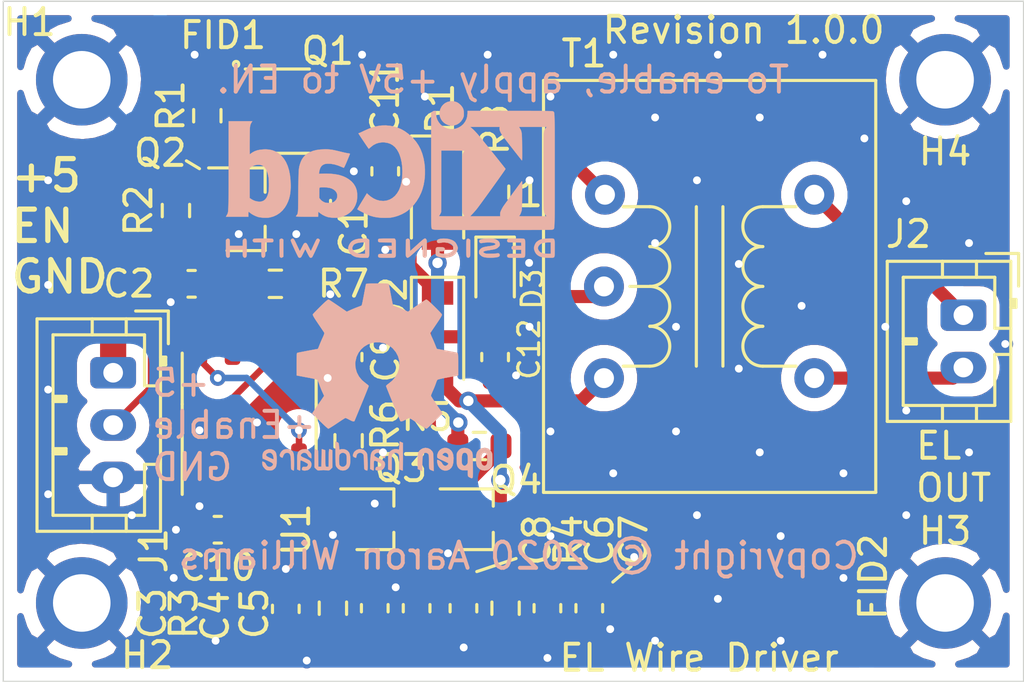
<source format=kicad_pcb>
(kicad_pcb (version 20171130) (host pcbnew 5.1.8-5.1.8)
  (title_block (title "EL Driver") (date 2020-12-24) (rev 1.0.0) (company "Copyright © 2020 Aaron Williams"))
  (layers (0 F.Cu signal) (31 B.Cu signal) (34 B.Paste user) (35 F.Paste user) (36 B.SilkS user) (37 F.SilkS user) (38 B.Mask user) (39 F.Mask user) (44 Edge.Cuts user))
  (net 0 "")
  (net 1 GND)
  (net 2 "Net-(C3-Pad1)")
  (net 3 "Net-(C6-Pad1)")
  (net 4 "Net-(C9-Pad1)")
  (net 5 "Net-(C10-Pad1)")
  (net 6 "Net-(D1-Pad2)")
  (net 7 "Net-(D2-Pad2)")
  (net 8 +5V)
  (net 9 "Net-(Q1-Pad3)")
  (net 10 "Net-(Q2-Pad1)")
  (net 11 "Net-(Q3-Pad1)")
  (net 12 "Net-(Q4-Pad1)")
  (net 13 "Net-(R6-Pad1)")
  (net 14 "Net-(R7-Pad1)")
  (net 15 /5V_SW)
  (net 16 /EN)
  (net 17 "Net-(J2-Pad2)")
  (net 18 "Net-(J2-Pad1)")
  (net 19 "Net-(D3-Pad1)")
  (module Symbol:OSHW-Logo2_9.8x8mm_SilkScreen (layer B.Cu) (at 114.3 48.5 180)
    (fp_text reference REF** hide)
    (fp_text value OSHW-Logo2_9.8x8mm_SilkScreen hide)
  )
  (module Symbol:KiCad-Logo2_5mm_SilkScreen (layer B.Cu) (at 114.8 40.8 180)
    (fp_text reference REF** hide)
    (fp_text value KiCad-Logo2_5mm_SilkScreen hide)
  )
  (module Resistor_SMD:R_0603_1608Metric (layer F.Cu) (at 118.8 41.3 90)
    (fp_text reference R8 (at 2.4 0 90) (layer F.SilkS))
    (fp_text value 220)
    (pad 2 smd roundrect (at 0.825 0 90) (size 0.8 0.95) (layers F.Cu F.Paste F.Mask) (net 1 GND))
    (pad 1 smd roundrect (at -0.825 0 90) (size 0.8 0.95) (layers F.Cu F.Paste F.Mask) (net 19 "Net-(D3-Pad1)"))
  )
  (module LED_SMD:LED_0603_1608Metric (layer F.Cu) (at 118.8 44.5 270)
    (fp_text reference D3 (at 0.5 -1.43 90) (layer F.SilkS) (effects (font (size 0.8 0.8) (thickness 0.12))))
    (fp_text value LED)
    (pad 2 smd roundrect (at 0.7875 0 270) (size 0.875 0.95) (layers F.Cu F.Paste F.Mask) (net 15 /5V_SW))
    (pad 1 smd roundrect (at -0.7875 0 270) (size 0.875 0.95) (layers F.Cu F.Paste F.Mask) (net 19 "Net-(D3-Pad1)"))
  )
  (module MountingHole:MountingHole_2.2mm_M2_ISO7380_Pad (layer F.Cu) (at 136 37)
    (fp_text reference H4 (at 0 2.75) (layer F.SilkS))
    (fp_text value MountingHole_Pad)
    (pad 1 thru_hole circle (at 0 0) (size 3.5 3.5) (drill 2.2) (layers *.Cu *.Mask) (net 1 GND))
  )
  (module MountingHole:MountingHole_2.2mm_M2_ISO7380_Pad (layer F.Cu) (at 136 57)
    (fp_text reference H3 (at 0 -2.75) (layer F.SilkS))
    (fp_text value MountingHole_Pad)
    (pad 1 thru_hole circle (at 0 0) (size 3.5 3.5) (drill 2.2) (layers *.Cu *.Mask) (net 1 GND))
  )
  (module MountingHole:MountingHole_2.2mm_M2_ISO7380_Pad (layer F.Cu) (at 103 57)
    (fp_text reference H2 (at 2.5 2) (layer F.SilkS))
    (fp_text value MountingHole_Pad)
    (pad 1 thru_hole circle (at 0 0) (size 3.5 3.5) (drill 2.2) (layers *.Cu *.Mask) (net 1 GND))
  )
  (module MountingHole:MountingHole_2.2mm_M2_ISO7380_Pad (layer F.Cu) (at 103 37)
    (fp_text reference H1 (at -2 -2.2) (layer F.SilkS))
    (fp_text value MountingHole_Pad)
    (pad 1 thru_hole circle (at 0 0) (size 3.5 3.5) (drill 2.2) (layers *.Cu *.Mask) (net 1 GND))
  )
  (module Fiducial:Fiducial_0.5mm_Mask1mm (layer F.Cu) (at 133 58.5)
    (fp_text reference FID2 (at 0.25 -2.5 90) (layer F.SilkS))
    (fp_text value FIDUCIAL_1MM)
    (pad "" smd circle (at 0 0) (size 0.5 0.5) (layers F.Cu F.Mask) (clearance 0.25))
  )
  (module Fiducial:Fiducial_0.5mm_Mask1mm (layer F.Cu) (at 106 35.5)
    (fp_text reference FID1 (at 2.4 -0.2) (layer F.SilkS))
    (fp_text value FIDUCIAL_1MM)
    (pad "" smd circle (at 0 0) (size 0.5 0.5) (layers F.Cu F.Mask) (clearance 0.25))
  )
  (module Connector_JST:JST_PH_B2B-PH-K_1x02_P2.00mm_Vertical (layer F.Cu) (at 136.7 46 270)
    (fp_text reference J2 (at -3.1 2.1) (layer F.SilkS))
    (fp_text value Conn_01x02)
    (pad 2 thru_hole oval (at 2 0 270) (size 1.2 1.75) (drill 0.75) (layers *.Cu *.Mask) (net 17 "Net-(J2-Pad2)"))
    (pad 1 thru_hole roundrect (at 0 0 270) (size 1.2 1.75) (drill 0.75) (layers *.Cu *.Mask) (roundrect_rratio 0.208333) (net 18 "Net-(J2-Pad1)"))
  )
  (module Connector_JST:JST_PH_B3B-PH-K_1x03_P2.00mm_Vertical (layer F.Cu) (at 104.2 48.2 270)
    (fp_text reference J1 (at 6.8 -1.55 270) (layer F.SilkS))
    (fp_text value Conn_01x03)
    (pad 3 thru_hole oval (at 4 0 270) (size 1.2 1.75) (drill 0.75) (layers *.Cu *.Mask) (net 1 GND))
    (pad 2 thru_hole oval (at 2 0 270) (size 1.2 1.75) (drill 0.75) (layers *.Cu *.Mask) (net 16 /EN))
    (pad 1 thru_hole roundrect (at 0 0 270) (size 1.2 1.75) (drill 0.75) (layers *.Cu *.Mask) (roundrect_rratio 0.208333) (net 8 +5V))
  )
  (module Capacitor_SMD:C_0603_1608Metric (layer F.Cu) (at 118.8 47.6 270)
    (fp_text reference C12 (at -0.3 -1.3 270) (layer F.SilkS) (effects (font (size 0.8 0.8) (thickness 0.12))))
    (fp_text value 1uF)
    (pad 2 smd roundrect (at 0.775 0 270) (size 0.9 0.95) (layers F.Cu F.Paste F.Mask) (net 1 GND))
    (pad 1 smd roundrect (at -0.775 0 270) (size 0.9 0.95) (layers F.Cu F.Paste F.Mask) (net 15 /5V_SW))
  )
  (module Capacitor_SMD:C_0603_1608Metric (layer F.Cu) (at 114.6 40.5 270)
    (fp_text reference C11 (at -2.8 0 90) (layer F.SilkS))
    (fp_text value 10uF)
    (pad 2 smd roundrect (at 0.775 0 270) (size 0.9 0.95) (layers F.Cu F.Paste F.Mask) (net 1 GND))
    (pad 1 smd roundrect (at -0.775 0 270) (size 0.9 0.95) (layers F.Cu F.Paste F.Mask) (net 8 +5V))
  )
  (module Package_TO_SOT_SMD:SOT-23-6 (layer F.Cu) (at 110.8 38.2)
    (fp_text reference Q1 (at 1.6 -2.3) (layer F.SilkS))
    (fp_text value SI3493DDV-T1-GE3)
    (pad 5 smd rect (at 1.1 0) (size 1.06 0.65) (layers F.Cu F.Paste F.Mask) (net 8 +5V))
    (pad 6 smd rect (at 1.1 -0.95) (size 1.06 0.65) (layers F.Cu F.Paste F.Mask) (net 8 +5V))
    (pad 4 smd rect (at 1.1 0.95) (size 1.06 0.65) (layers F.Cu F.Paste F.Mask) (net 15 /5V_SW))
    (pad 3 smd rect (at -1.1 0.95) (size 1.06 0.65) (layers F.Cu F.Paste F.Mask) (net 9 "Net-(Q1-Pad3)"))
    (pad 2 smd rect (at -1.1 0) (size 1.06 0.65) (layers F.Cu F.Paste F.Mask) (net 8 +5V))
    (pad 1 smd rect (at -1.1 -0.95) (size 1.06 0.65) (layers F.Cu F.Paste F.Mask) (net 8 +5V))
  )
  (module Package_SO:SOIC-8_3.9x4.9mm_P1.27mm (layer F.Cu) (at 109.4 49.4 90)
    (fp_text reference U1 (at -4.8 1.8 90) (layer F.SilkS))
    (fp_text value NE555D)
    (pad 8 smd roundrect (at 2.475 -1.905 90) (size 1.95 0.6) (layers F.Cu F.Paste F.Mask) (net 15 /5V_SW))
    (pad 7 smd roundrect (at 2.475 -0.635 90) (size 1.95 0.6) (layers F.Cu F.Paste F.Mask) (net 14 "Net-(R7-Pad1)"))
    (pad 6 smd roundrect (at 2.475 0.635 90) (size 1.95 0.6) (layers F.Cu F.Paste F.Mask) (net 5 "Net-(C10-Pad1)"))
    (pad 5 smd roundrect (at 2.475 1.905 90) (size 1.95 0.6) (layers F.Cu F.Paste F.Mask) (net 4 "Net-(C9-Pad1)"))
    (pad 4 smd roundrect (at -2.475 1.905 90) (size 1.95 0.6) (layers F.Cu F.Paste F.Mask) (net 15 /5V_SW))
    (pad 3 smd roundrect (at -2.475 0.635 90) (size 1.95 0.6) (layers F.Cu F.Paste F.Mask) (net 13 "Net-(R6-Pad1)"))
    (pad 2 smd roundrect (at -2.475 -0.635 90) (size 1.95 0.6) (layers F.Cu F.Paste F.Mask) (net 5 "Net-(C10-Pad1)"))
    (pad 1 smd roundrect (at -2.475 -1.905 90) (size 1.95 0.6) (layers F.Cu F.Paste F.Mask) (net 1 GND))
  )
  (module Aaron:Transformer_42XL_EI-14 (layer F.Cu) (at 127 44.9)
    (fp_text reference T1 (at -4.8 -8.9) (layer F.SilkS))
    (fp_text value 42XL003-RC)
    (fp_text user 1 (at -6.858 -3.556) (layer F.SilkS))
    (pad 5 thru_hole circle (at 4.0005 -3.5052) (size 1.524 1.524) (drill 0.762) (layers *.Cu *.Mask) (net 18 "Net-(J2-Pad1)"))
    (pad 4 thru_hole circle (at 4.0005 3.5052) (size 1.524 1.524) (drill 0.762) (layers *.Cu *.Mask) (net 17 "Net-(J2-Pad2)"))
    (pad 3 thru_hole circle (at -4.0386 3.5052) (size 1.524 1.524) (drill 0.762) (layers *.Cu *.Mask) (net 7 "Net-(D2-Pad2)"))
    (pad 2 thru_hole circle (at -4.0386 0) (size 1.524 1.524) (drill 0.762) (layers *.Cu *.Mask) (net 15 /5V_SW))
    (pad 1 thru_hole circle (at -4.0005 -3.5052) (size 1.524 1.524) (drill 0.762) (layers *.Cu *.Mask) (net 6 "Net-(D1-Pad2)"))
  )
  (module Resistor_SMD:R_0603_1608Metric (layer F.Cu) (at 110.4 44.8)
    (fp_text reference R7 (at 2.6 0) (layer F.SilkS))
    (fp_text value 10k)
    (pad 2 smd roundrect (at 0.825 0) (size 0.8 0.95) (layers F.Cu F.Paste F.Mask) (net 5 "Net-(C10-Pad1)"))
    (pad 1 smd roundrect (at -0.825 0) (size 0.8 0.95) (layers F.Cu F.Paste F.Mask) (net 14 "Net-(R7-Pad1)"))
  )
  (module Resistor_SMD:R_0603_1608Metric (layer F.Cu) (at 113.2 50.8 270)
    (fp_text reference R6 (at -0.6 -1.4 270) (layer F.SilkS))
    (fp_text value 100k)
    (pad 2 smd roundrect (at 0.825 0 270) (size 0.8 0.95) (layers F.Cu F.Paste F.Mask) (net 11 "Net-(Q3-Pad1)"))
    (pad 1 smd roundrect (at -0.825 0 270) (size 0.8 0.95) (layers F.Cu F.Paste F.Mask) (net 13 "Net-(R6-Pad1)"))
  )
  (module Resistor_SMD:R_0603_1608Metric (layer F.Cu) (at 118.2 51)
    (fp_text reference R5 (at -2 -1.1) (layer F.SilkS))
    (fp_text value 100k)
    (pad 2 smd roundrect (at 0.825 0) (size 0.8 0.95) (layers F.Cu F.Paste F.Mask) (net 12 "Net-(Q4-Pad1)"))
    (pad 1 smd roundrect (at -0.825 0) (size 0.8 0.95) (layers F.Cu F.Paste F.Mask) (net 6 "Net-(D1-Pad2)"))
  )
  (module Resistor_SMD:R_0603_1608Metric (layer F.Cu) (at 119.2 57.2 270)
    (fp_text reference R4 (at -2.6 -2.4 90) (layer F.SilkS))
    (fp_text value 39.2)
    (pad 2 smd roundrect (at 0.825 0 270) (size 0.8 0.95) (layers F.Cu F.Paste F.Mask) (net 3 "Net-(C6-Pad1)"))
    (pad 1 smd roundrect (at -0.825 0 270) (size 0.8 0.95) (layers F.Cu F.Paste F.Mask) (net 7 "Net-(D2-Pad2)"))
  )
  (module Resistor_SMD:R_0603_1608Metric (layer F.Cu) (at 112.6 57.2 270)
    (fp_text reference R3 (at 0.2 5.7 90) (layer F.SilkS))
    (fp_text value 39.2)
    (pad 2 smd roundrect (at 0.825 0 270) (size 0.8 0.95) (layers F.Cu F.Paste F.Mask) (net 2 "Net-(C3-Pad1)"))
    (pad 1 smd roundrect (at -0.825 0 270) (size 0.8 0.95) (layers F.Cu F.Paste F.Mask) (net 6 "Net-(D1-Pad2)"))
  )
  (module Resistor_SMD:R_0603_1608Metric (layer F.Cu) (at 106.6 42 90)
    (fp_text reference R2 (at 0 -1.43 90) (layer F.SilkS))
    (fp_text value 100k)
    (pad 2 smd roundrect (at 0.825 0 90) (size 0.8 0.95) (layers F.Cu F.Paste F.Mask) (net 10 "Net-(Q2-Pad1)"))
    (pad 1 smd roundrect (at -0.825 0 90) (size 0.8 0.95) (layers F.Cu F.Paste F.Mask) (net 16 /EN))
  )
  (module Resistor_SMD:R_0603_1608Metric (layer F.Cu) (at 107.8 38.375 270)
    (fp_text reference R1 (at -0.375 1.4 270) (layer F.SilkS))
    (fp_text value 100k)
    (pad 2 smd roundrect (at 0.825 0 270) (size 0.8 0.95) (layers F.Cu F.Paste F.Mask) (net 9 "Net-(Q1-Pad3)"))
    (pad 1 smd roundrect (at -0.825 0 270) (size 0.8 0.95) (layers F.Cu F.Paste F.Mask) (net 8 +5V))
  )
  (module Package_TO_SOT_SMD:SOT-323_SC-70 (layer F.Cu) (at 118 53.8)
    (fp_text reference Q4 (at 1.6 -1.5) (layer F.SilkS))
    (fp_text value BSS214NW)
    (pad 3 smd rect (at 1 0 270) (size 0.45 0.7) (layers F.Cu F.Paste F.Mask) (net 7 "Net-(D2-Pad2)"))
    (pad 2 smd rect (at -1 0.65 270) (size 0.45 0.7) (layers F.Cu F.Paste F.Mask) (net 1 GND))
    (pad 1 smd rect (at -1 -0.65 270) (size 0.45 0.7) (layers F.Cu F.Paste F.Mask) (net 12 "Net-(Q4-Pad1)"))
  )
  (module Package_TO_SOT_SMD:SOT-323_SC-70 (layer F.Cu) (at 114.2 53.8)
    (fp_text reference Q3 (at 1 -1.95) (layer F.SilkS))
    (fp_text value BSS214NW)
    (pad 3 smd rect (at 1 0 270) (size 0.45 0.7) (layers F.Cu F.Paste F.Mask) (net 6 "Net-(D1-Pad2)"))
    (pad 2 smd rect (at -1 0.65 270) (size 0.45 0.7) (layers F.Cu F.Paste F.Mask) (net 1 GND))
    (pad 1 smd rect (at -1 -0.65 270) (size 0.45 0.7) (layers F.Cu F.Paste F.Mask) (net 11 "Net-(Q3-Pad1)"))
  )
  (module Package_TO_SOT_SMD:SOT-23 (layer F.Cu) (at 109.25 41.95)
    (fp_text reference Q2 (at -3.25 -2.15) (layer F.SilkS))
    (fp_text value BSS138)
    (pad 3 smd rect (at 1 0) (size 0.9 0.8) (layers F.Cu F.Paste F.Mask) (net 9 "Net-(Q1-Pad3)"))
    (pad 2 smd rect (at -1 0.95) (size 0.9 0.8) (layers F.Cu F.Paste F.Mask) (net 1 GND))
    (pad 1 smd rect (at -1 -0.95) (size 0.9 0.8) (layers F.Cu F.Paste F.Mask) (net 10 "Net-(Q2-Pad1)"))
  )
  (module Diode_SMD:D_SOD-123 (layer F.Cu) (at 116.6 46.8 270)
    (fp_text reference D2 (at -1.3 1.7 90) (layer F.SilkS))
    (fp_text value SS24FL)
    (pad 2 smd rect (at 1.65 0 270) (size 0.9 1.2) (layers F.Cu F.Paste F.Mask) (net 7 "Net-(D2-Pad2)"))
    (pad 1 smd rect (at -1.65 0 270) (size 0.9 1.2) (layers F.Cu F.Paste F.Mask) (net 8 +5V))
  )
  (module Diode_SMD:D_SOD-123 (layer F.Cu) (at 116.6 41.4 270)
    (fp_text reference D1 (at -3.3 -0.1 90) (layer F.SilkS))
    (fp_text value SS24FL)
    (pad 2 smd rect (at 1.65 0 270) (size 0.9 1.2) (layers F.Cu F.Paste F.Mask) (net 6 "Net-(D1-Pad2)"))
    (pad 1 smd rect (at -1.65 0 270) (size 0.9 1.2) (layers F.Cu F.Paste F.Mask) (net 8 +5V))
  )
  (module Capacitor_SMD:C_0603_1608Metric (layer F.Cu) (at 108.2 54.2 180)
    (fp_text reference C10 (at 0 -1.43) (layer F.SilkS))
    (fp_text value 47nF)
    (pad 2 smd roundrect (at 0.775 0 180) (size 0.9 0.95) (layers F.Cu F.Paste F.Mask) (net 1 GND))
    (pad 1 smd roundrect (at -0.775 0 180) (size 0.9 0.95) (layers F.Cu F.Paste F.Mask) (net 5 "Net-(C10-Pad1)"))
  )
  (module Capacitor_SMD:C_0603_1608Metric (layer F.Cu) (at 113.2 47.6 270)
    (fp_text reference C9 (at 0 -1.43 90) (layer F.SilkS))
    (fp_text value 10nF)
    (pad 2 smd roundrect (at 0.775 0 270) (size 0.9 0.95) (layers F.Cu F.Paste F.Mask) (net 1 GND))
    (pad 1 smd roundrect (at -0.775 0 270) (size 0.9 0.95) (layers F.Cu F.Paste F.Mask) (net 4 "Net-(C9-Pad1)"))
  )
  (module Capacitor_SMD:C_0603_1608Metric (layer F.Cu) (at 117.59 57.2 270)
    (fp_text reference C8 (at -2.6 -2.81 90) (layer F.SilkS))
    (fp_text value 1nF)
    (pad 2 smd roundrect (at 0.775 0 270) (size 0.9 0.95) (layers F.Cu F.Paste F.Mask) (net 1 GND))
    (pad 1 smd roundrect (at -0.775 0 270) (size 0.9 0.95) (layers F.Cu F.Paste F.Mask) (net 3 "Net-(C6-Pad1)"))
  )
  (module Capacitor_SMD:C_0603_1608Metric (layer F.Cu) (at 122.4 57.2 270)
    (fp_text reference C7 (at -2.6 -1.7 90) (layer F.SilkS))
    (fp_text value 1nF)
    (pad 2 smd roundrect (at 0.775 0 270) (size 0.9 0.95) (layers F.Cu F.Paste F.Mask) (net 1 GND))
    (pad 1 smd roundrect (at -0.775 0 270) (size 0.9 0.95) (layers F.Cu F.Paste F.Mask) (net 3 "Net-(C6-Pad1)"))
  )
  (module Capacitor_SMD:C_0603_1608Metric (layer F.Cu) (at 120.8 57.2 270)
    (fp_text reference C6 (at -2.6 -2 90) (layer F.SilkS))
    (fp_text value 4.7nF)
    (pad 2 smd roundrect (at 0.775 0 270) (size 0.9 0.95) (layers F.Cu F.Paste F.Mask) (net 1 GND))
    (pad 1 smd roundrect (at -0.775 0 270) (size 0.9 0.95) (layers F.Cu F.Paste F.Mask) (net 3 "Net-(C6-Pad1)"))
  )
  (module Capacitor_SMD:C_0603_1608Metric (layer F.Cu) (at 115.8 57.2 90)
    (fp_text reference C5 (at -0.2 -6.2 90) (layer F.SilkS))
    (fp_text value 1nF)
    (pad 2 smd roundrect (at 0.775 0 90) (size 0.9 0.95) (layers F.Cu F.Paste F.Mask) (net 1 GND))
    (pad 1 smd roundrect (at -0.775 0 90) (size 0.9 0.95) (layers F.Cu F.Paste F.Mask) (net 2 "Net-(C3-Pad1)"))
  )
  (module Capacitor_SMD:C_0603_1608Metric (layer F.Cu) (at 114.2 57.2 90)
    (fp_text reference C4 (at -0.3 -6.1 90) (layer F.SilkS))
    (fp_text value 1nF)
    (pad 2 smd roundrect (at 0.775 0 90) (size 0.9 0.95) (layers F.Cu F.Paste F.Mask) (net 1 GND))
    (pad 1 smd roundrect (at -0.775 0 90) (size 0.9 0.95) (layers F.Cu F.Paste F.Mask) (net 2 "Net-(C3-Pad1)"))
  )
  (module Capacitor_SMD:C_0603_1608Metric (layer F.Cu) (at 110.8 57.225 90)
    (fp_text reference C3 (at -0.175 -5.1 90) (layer F.SilkS))
    (fp_text value 4.7nF)
    (pad 2 smd roundrect (at 0.775 0 90) (size 0.9 0.95) (layers F.Cu F.Paste F.Mask) (net 1 GND))
    (pad 1 smd roundrect (at -0.775 0 90) (size 0.9 0.95) (layers F.Cu F.Paste F.Mask) (net 2 "Net-(C3-Pad1)"))
  )
  (module Capacitor_SMD:C_0603_1608Metric (layer F.Cu) (at 107.2 44.8 180)
    (fp_text reference C2 (at 2.4 0) (layer F.SilkS))
    (fp_text value 1uF)
    (pad 2 smd roundrect (at 0.775 0 180) (size 0.9 0.95) (layers F.Cu F.Paste F.Mask) (net 1 GND))
    (pad 1 smd roundrect (at -0.775 0 180) (size 0.9 0.95) (layers F.Cu F.Paste F.Mask) (net 15 /5V_SW))
  )
  (module Capacitor_SMD:C_0603_1608Metric (layer F.Cu) (at 112 41.75 270)
    (fp_text reference C1 (at 1.05 -1.4 270) (layer F.SilkS))
    (fp_text value 10uF)
    (pad 2 smd roundrect (at 0.775 0 270) (size 0.9 0.95) (layers F.Cu F.Paste F.Mask) (net 1 GND))
    (pad 1 smd roundrect (at -0.775 0 270) (size 0.9 0.95) (layers F.Cu F.Paste F.Mask) (net 15 /5V_SW))
  )
  (gr_text "+5\n+Enable\nGND" (at 105.6 50.2) (layer B.SilkS) (effects (font (size 1 1)) (justify right mirror)))
  (gr_text "EL Wire Driver" (at 126.6 59.1) (layer F.SilkS) (effects (font (size 1 1))))
  (gr_text "Revision 1.0.0" (at 128.3 35.1) (layer F.SilkS) (effects (font (size 1 1))))
  (gr_text "Copyright © 2020 Aaron Williams" (at 119.7 55.2) (layer B.SilkS) (effects (font (size 1 1)) (justify mirror)))
  (gr_text "To enable, apply +5V to EN." (at 119.1 37) (layer B.SilkS) (effects (font (size 1 1)) (justify mirror)))
  (gr_text "EL\nOUT" (at 134.8 51.8) (layer F.SilkS) (effects (font (size 1 1)) (justify left)))
  (gr_text "+5\nEN\nGND" (at 100.2 42.6) (layer F.SilkS) (effects (font (size 1.2 1.2) (thickness 0.2)) (justify left)))
  (gr_circle (center 108.9 36.4) (end 108.9 36.3) (layer F.SilkS) (width 0.12))
  (gr_line (start 123.3 56.2) (end 124 55.6) (layer F.SilkS) (width 0.12))
  (gr_line (start 118.1 55.8) (end 119.6 55.3) (layer F.SilkS) (width 0.12))
  (gr_line (start 107 40.1) (end 107.5 40.4) (layer F.SilkS) (width 0.12))
  (gr_line (start 100 34) (end 100 60) (layer Edge.Cuts) (width 0.05))
  (gr_line (start 139 34) (end 100 34) (layer Edge.Cuts) (width 0.05))
  (gr_line (start 139 60) (end 139 34) (layer Edge.Cuts) (width 0.05))
  (gr_line (start 100 60) (end 139 60) (layer Edge.Cuts) (width 0.05))
  (via (at 115.4 40.9) (size 0.6) (drill 0.3) (layers F.Cu B.Cu) (net 1))
  (via (at 114.6 43.5) (size 0.6) (drill 0.3) (layers F.Cu B.Cu) (net 1))
  (via (at 111.2 42.9) (size 0.6) (drill 0.3) (layers F.Cu B.Cu) (net 1))
  (via (at 112.4 48.4) (size 0.6) (drill 0.3) (layers F.Cu B.Cu) (net 1))
  (via (at 106.6 54.2) (size 0.6) (drill 0.3) (layers F.Cu B.Cu) (net 1))
  (via (at 107.5 50.4) (size 0.6) (drill 0.3) (layers F.Cu B.Cu) (net 1))
  (via (at 115 56.4) (size 0.6) (drill 0.3) (layers F.Cu B.Cu) (net 1))
  (via (at 117 55.1) (size 0.6) (drill 0.3) (layers F.Cu B.Cu) (net 1))
  (via (at 117.6 58.7) (size 0.6) (drill 0.3) (layers F.Cu B.Cu) (net 1))
  (via (at 110.8 55.7) (size 0.6) (drill 0.3) (layers F.Cu B.Cu) (net 1))
  (segment (start 111.625 42.9) (end 112 42.525) (width 0.5) (layer F.Cu) (net 1))
  (segment (start 111.2 42.9) (end 111.625 42.9) (width 0.5) (layer F.Cu) (net 1))
  (via (at 106.4 45.5) (size 0.6) (drill 0.3) (layers F.Cu B.Cu) (net 1))
  (segment (start 115.025 41.275) (end 115.4 40.9) (width 0.5) (layer F.Cu) (net 1))
  (segment (start 114.75 41.275) (end 115.025 41.275) (width 0.5) (layer F.Cu) (net 1))
  (via (at 113.4 40.5) (size 0.6) (drill 0.3) (layers F.Cu B.Cu) (net 1))
  (via (at 112.5 45.2) (size 0.6) (drill 0.3) (layers F.Cu B.Cu) (net 1))
  (via (at 114.2 53.2) (size 0.6) (drill 0.3) (layers F.Cu B.Cu) (net 1))
  (via (at 119.6 48.3) (size 0.6) (drill 0.3) (layers F.Cu B.Cu) (net 1))
  (via (at 120.1 44) (size 0.6) (drill 0.3) (layers F.Cu B.Cu) (net 1))
  (via (at 109.7 50.1) (size 0.6) (drill 0.3) (layers F.Cu B.Cu) (net 1))
  (via (at 107.5 53.3) (size 0.6) (drill 0.3) (layers F.Cu B.Cu) (net 1))
  (via (at 109 42.9) (size 0.6) (drill 0.3) (layers F.Cu B.Cu) (net 1))
  (via (at 112.6 54.4) (size 0.6) (drill 0.3) (layers F.Cu B.Cu) (net 1))
  (via (at 111.6 59.2) (size 0.6) (drill 0.3) (layers F.Cu B.Cu) (net 1))
  (via (at 120.8 59.1) (size 0.6) (drill 0.3) (layers F.Cu B.Cu) (net 1))
  (via (at 123.2 58) (size 0.6) (drill 0.3) (layers F.Cu B.Cu) (net 1))
  (via (at 101.715476 40.8425) (size 0.6) (drill 0.3) (layers F.Cu B.Cu) (net 1))
  (via (at 101.715476 44.8425) (size 0.6) (drill 0.3) (layers F.Cu B.Cu) (net 1))
  (via (at 101.715476 48.8425) (size 0.6) (drill 0.3) (layers F.Cu B.Cu) (net 1))
  (via (at 101.715476 52.8425) (size 0.6) (drill 0.3) (layers F.Cu B.Cu) (net 1))
  (via (at 104.915476 53.6425) (size 0.6) (drill 0.3) (layers F.Cu B.Cu) (net 1))
  (via (at 106.515476 56.0425) (size 0.6) (drill 0.3) (layers F.Cu B.Cu) (net 1))
  (via (at 107.315476 36.0425) (size 0.6) (drill 0.3) (layers F.Cu B.Cu) (net 1))
  (via (at 108.115476 58.4425) (size 0.6) (drill 0.3) (layers F.Cu B.Cu) (net 1))
  (via (at 113.715476 36.0425) (size 0.6) (drill 0.3) (layers F.Cu B.Cu) (net 1))
  (via (at 114.515476 47.2425) (size 0.6) (drill 0.3) (layers F.Cu B.Cu) (net 1))
  (via (at 114.515476 51.2425) (size 0.6) (drill 0.3) (layers F.Cu B.Cu) (net 1))
  (via (at 116.115476 37.6425) (size 0.6) (drill 0.3) (layers F.Cu B.Cu) (net 1))
  (via (at 118.515476 36.0425) (size 0.6) (drill 0.3) (layers F.Cu B.Cu) (net 1))
  (via (at 120.115476 40.8425) (size 0.6) (drill 0.3) (layers F.Cu B.Cu) (net 1))
  (via (at 120.115476 46.4425) (size 0.6) (drill 0.3) (layers F.Cu B.Cu) (net 1))
  (via (at 120.915476 37.6425) (size 0.6) (drill 0.3) (layers F.Cu B.Cu) (net 1))
  (via (at 120.915476 50.4425) (size 0.6) (drill 0.3) (layers F.Cu B.Cu) (net 1))
  (via (at 120.915476 54.4425) (size 0.6) (drill 0.3) (layers F.Cu B.Cu) (net 1))
  (via (at 123.315476 36.0425) (size 0.6) (drill 0.3) (layers F.Cu B.Cu) (net 1))
  (via (at 123.315476 52.0425) (size 0.6) (drill 0.3) (layers F.Cu B.Cu) (net 1))
  (via (at 124.115476 55.2425) (size 0.6) (drill 0.3) (layers F.Cu B.Cu) (net 1))
  (via (at 124.915476 38.4425) (size 0.6) (drill 0.3) (layers F.Cu B.Cu) (net 1))
  (via (at 124.915476 43.2425) (size 0.6) (drill 0.3) (layers F.Cu B.Cu) (net 1))
  (via (at 124.915476 58.4425) (size 0.6) (drill 0.3) (layers F.Cu B.Cu) (net 1))
  (via (at 125.715476 46.4425) (size 0.6) (drill 0.3) (layers F.Cu B.Cu) (net 1))
  (via (at 125.715476 50.4425) (size 0.6) (drill 0.3) (layers F.Cu B.Cu) (net 1))
  (via (at 126.515476 40.8425) (size 0.6) (drill 0.3) (layers F.Cu B.Cu) (net 1))
  (via (at 126.515476 53.6425) (size 0.6) (drill 0.3) (layers F.Cu B.Cu) (net 1))
  (via (at 127.315476 36.0425) (size 0.6) (drill 0.3) (layers F.Cu B.Cu) (net 1))
  (via (at 127.315476 56.8425) (size 0.6) (drill 0.3) (layers F.Cu B.Cu) (net 1))
  (via (at 128.115476 44.0425) (size 0.6) (drill 0.3) (layers F.Cu B.Cu) (net 1))
  (via (at 128.115476 48.0425) (size 0.6) (drill 0.3) (layers F.Cu B.Cu) (net 1))
  (via (at 128.915476 38.4425) (size 0.6) (drill 0.3) (layers F.Cu B.Cu) (net 1))
  (via (at 128.915476 51.2425) (size 0.6) (drill 0.3) (layers F.Cu B.Cu) (net 1))
  (via (at 129.715476 54.4425) (size 0.6) (drill 0.3) (layers F.Cu B.Cu) (net 1))
  (via (at 129.715476 58.4425) (size 0.6) (drill 0.3) (layers F.Cu B.Cu) (net 1))
  (via (at 130.515476 45.6425) (size 0.6) (drill 0.3) (layers F.Cu B.Cu) (net 1))
  (via (at 131.315476 36.0425) (size 0.6) (drill 0.3) (layers F.Cu B.Cu) (net 1))
  (via (at 132.115476 52.0425) (size 0.6) (drill 0.3) (layers F.Cu B.Cu) (net 1))
  (via (at 132.115476 56.0425) (size 0.6) (drill 0.3) (layers F.Cu B.Cu) (net 1))
  (via (at 132.915476 39.2425) (size 0.6) (drill 0.3) (layers F.Cu B.Cu) (net 1))
  (via (at 133.715476 46.4425) (size 0.6) (drill 0.3) (layers F.Cu B.Cu) (net 1))
  (via (at 134.515476 41.6425) (size 0.6) (drill 0.3) (layers F.Cu B.Cu) (net 1))
  (via (at 134.515476 49.6425) (size 0.6) (drill 0.3) (layers F.Cu B.Cu) (net 1))
  (via (at 134.515476 53.6425) (size 0.6) (drill 0.3) (layers F.Cu B.Cu) (net 1))
  (via (at 136.915476 43.2425) (size 0.6) (drill 0.3) (layers F.Cu B.Cu) (net 1))
  (via (at 136.915476 51.2425) (size 0.6) (drill 0.3) (layers F.Cu B.Cu) (net 1))
  (via (at 138.3 47.1) (size 0.6) (drill 0.3) (layers F.Cu B.Cu) (net 1))
  (segment (start 110.825 57.975) (end 110.8 58) (width 0.5) (layer F.Cu) (net 2))
  (segment (start 115.8 57.975) (end 110.825 57.975) (width 0.5) (layer F.Cu) (net 2))
  (segment (start 119.19 58.025) (end 117.59 56.425) (width 0.5) (layer F.Cu) (net 3))
  (segment (start 119.2 58.025) (end 119.19 58.025) (width 0.5) (layer F.Cu) (net 3))
  (segment (start 119.2 58.025) (end 120.8 56.425) (width 0.5) (layer F.Cu) (net 3))
  (segment (start 120.8 56.425) (end 122.4 56.425) (width 0.5) (layer F.Cu) (net 3))
  (segment (start 111.405 46.825) (end 111.305 46.925) (width 0.25) (layer F.Cu) (net 4))
  (segment (start 113.2 46.825) (end 111.405 46.825) (width 0.25) (layer F.Cu) (net 4))
  (segment (start 110.035 45.99) (end 111.225 44.8) (width 0.25) (layer F.Cu) (net 5))
  (segment (start 110.035 46.925) (end 110.035 45.99) (width 0.25) (layer F.Cu) (net 5))
  (segment (start 108.765 49.17) (end 108.765 51.875) (width 0.25) (layer F.Cu) (net 5))
  (segment (start 110.035 47.9) (end 108.765 49.17) (width 0.25) (layer F.Cu) (net 5))
  (segment (start 110.035 46.925) (end 110.035 47.9) (width 0.25) (layer F.Cu) (net 5))
  (segment (start 108.975 52.085) (end 108.765 51.875) (width 0.25) (layer F.Cu) (net 5))
  (segment (start 108.975 54.2) (end 108.975 52.085) (width 0.25) (layer F.Cu) (net 5))
  (segment (start 115.2 53.175) (end 115.2 53.8) (width 0.5) (layer F.Cu) (net 6))
  (segment (start 117.375 51) (end 115.2 53.175) (width 0.5) (layer F.Cu) (net 6))
  (segment (start 115.175 53.8) (end 112.6 56.375) (width 0.5) (layer F.Cu) (net 6))
  (segment (start 115.2 53.8) (end 115.175 53.8) (width 0.5) (layer F.Cu) (net 6))
  (segment (start 117.375 51) (end 117.375 50.122502) (width 0.5) (layer F.Cu) (net 6))
  (via (at 117.395005 50.102497) (size 0.7) (drill 0.4) (layers F.Cu B.Cu) (net 6))
  (segment (start 117.375 50.122502) (end 117.395005 50.102497) (width 0.5) (layer F.Cu) (net 6))
  (segment (start 116.6 49.307492) (end 116.6 44) (width 0.5) (layer B.Cu) (net 6))
  (segment (start 117.395005 50.102497) (end 116.6 49.307492) (width 0.5) (layer B.Cu) (net 6))
  (segment (start 116.6 43.05) (end 116.6 44) (width 0.5) (layer F.Cu) (net 6))
  (via (at 116.6 44) (size 0.7) (drill 0.4) (layers F.Cu B.Cu) (net 6))
  (segment (start 120.8047 39.2) (end 122.9995 41.3948) (width 0.5) (layer F.Cu) (net 6))
  (segment (start 118.1 39.2) (end 120.8047 39.2) (width 0.5) (layer F.Cu) (net 6))
  (segment (start 117.7 39.6) (end 118.1 39.2) (width 0.5) (layer F.Cu) (net 6))
  (segment (start 117.7 41.95) (end 117.7 39.6) (width 0.5) (layer F.Cu) (net 6))
  (segment (start 116.6 43.05) (end 117.7 41.95) (width 0.5) (layer F.Cu) (net 6))
  (segment (start 119 56.175) (end 119.2 56.375) (width 0.5) (layer F.Cu) (net 7))
  (segment (start 119 53.8) (end 119 56.175) (width 0.5) (layer F.Cu) (net 7))
  (segment (start 117.42501 49.27501) (end 116.6 48.45) (width 0.5) (layer F.Cu) (net 7))
  (segment (start 122.09159 49.27501) (end 117.42501 49.27501) (width 0.5) (layer F.Cu) (net 7))
  (segment (start 122.9614 48.4052) (end 122.09159 49.27501) (width 0.5) (layer F.Cu) (net 7))
  (via (at 119 52.3) (size 0.7) (drill 0.4) (layers F.Cu B.Cu) (net 7))
  (segment (start 119 53.8) (end 119 52.3) (width 0.5) (layer F.Cu) (net 7))
  (segment (start 119 50.5) (end 117.77501 49.27501) (width 0.5) (layer B.Cu) (net 7))
  (via (at 117.77501 49.27501) (size 0.7) (drill 0.4) (layers F.Cu B.Cu) (net 7))
  (segment (start 119 52.3) (end 119 50.5) (width 0.5) (layer B.Cu) (net 7))
  (segment (start 104.2 48.2) (end 104.2 40.55) (width 1) (layer F.Cu) (net 8))
  (segment (start 107.2 37.55) (end 107.8 37.55) (width 1) (layer F.Cu) (net 8))
  (segment (start 104.2 40.55) (end 107.2 37.55) (width 1) (layer F.Cu) (net 8))
  (segment (start 109.4 37.55) (end 109.7 37.25) (width 1) (layer F.Cu) (net 8))
  (segment (start 107.8 37.55) (end 109.4 37.55) (width 1) (layer F.Cu) (net 8))
  (segment (start 109.7 37.25) (end 111.9 37.25) (width 1) (layer F.Cu) (net 8))
  (segment (start 109.7 37.25) (end 109.7 38.124999) (width 1) (layer F.Cu) (net 8))
  (segment (start 111.9 37.25) (end 111.9 38.124999) (width 1) (layer F.Cu) (net 8))
  (segment (start 116.6 45.15) (end 116.6 45.1) (width 0.5) (layer F.Cu) (net 8))
  (segment (start 115.549999 41.904611) (end 116.6 40.85461) (width 0.5) (layer F.Cu) (net 8))
  (segment (start 115.549999 44.099999) (end 115.549999 41.904611) (width 0.5) (layer F.Cu) (net 8))
  (segment (start 116.6 40.85461) (end 116.6 39.75) (width 0.5) (layer F.Cu) (net 8))
  (segment (start 116.6 45.15) (end 115.549999 44.099999) (width 0.5) (layer F.Cu) (net 8))
  (segment (start 116.575 39.725) (end 116.6 39.75) (width 0.5) (layer F.Cu) (net 8))
  (segment (start 114.6 39.725) (end 116.575 39.725) (width 0.5) (layer F.Cu) (net 8))
  (segment (start 113.075 38.2) (end 111.9 38.2) (width 0.5) (layer F.Cu) (net 8))
  (segment (start 114.6 39.725) (end 113.075 38.2) (width 0.5) (layer F.Cu) (net 8))
  (segment (start 109.65 39.2) (end 109.7 39.15) (width 0.25) (layer F.Cu) (net 9))
  (segment (start 107.8 39.2) (end 109.65 39.2) (width 0.25) (layer F.Cu) (net 9))
  (segment (start 110.25 39.7) (end 109.7 39.15) (width 0.25) (layer F.Cu) (net 9))
  (segment (start 110.25 41.95) (end 110.25 39.7) (width 0.25) (layer F.Cu) (net 9))
  (segment (start 106.775 41) (end 106.6 41.175) (width 0.25) (layer F.Cu) (net 10))
  (segment (start 108.25 41) (end 106.775 41) (width 0.25) (layer F.Cu) (net 10))
  (segment (start 113.2 51.625) (end 113.2 53.15) (width 0.25) (layer F.Cu) (net 11))
  (segment (start 119.025 51.125) (end 117 53.15) (width 0.5) (layer F.Cu) (net 12))
  (segment (start 119.025 51) (end 119.025 51.125) (width 0.5) (layer F.Cu) (net 12))
  (segment (start 110.035 52.85) (end 110.035 51.875) (width 0.25) (layer F.Cu) (net 13))
  (segment (start 110.36001 53.17501) (end 110.035 52.85) (width 0.25) (layer F.Cu) (net 13))
  (segment (start 112.2 52.626768) (end 111.651758 53.17501) (width 0.25) (layer F.Cu) (net 13))
  (segment (start 112.2 50.975) (end 112.2 52.626768) (width 0.25) (layer F.Cu) (net 13))
  (segment (start 111.651758 53.17501) (end 110.36001 53.17501) (width 0.25) (layer F.Cu) (net 13))
  (segment (start 113.2 49.975) (end 112.2 50.975) (width 0.25) (layer F.Cu) (net 13))
  (segment (start 108.765 45.61) (end 109.575 44.8) (width 0.25) (layer F.Cu) (net 14))
  (segment (start 108.765 46.925) (end 108.765 45.61) (width 0.25) (layer F.Cu) (net 14))
  (segment (start 112 40.975) (end 112 39.325009) (width 1) (layer F.Cu) (net 15))
  (segment (start 113.6 42.575) (end 112 40.975) (width 0.5) (layer F.Cu) (net 15))
  (segment (start 113.6 44.010002) (end 113.6 42.575) (width 0.5) (layer F.Cu) (net 15))
  (segment (start 116.414998 46.825) (end 113.6 44.010002) (width 0.5) (layer F.Cu) (net 15))
  (segment (start 118.8 46.825) (end 116.414998 46.825) (width 0.5) (layer F.Cu) (net 15))
  (segment (start 107.495 45.28) (end 107.975 44.8) (width 0.5) (layer F.Cu) (net 15))
  (segment (start 107.495 46.925) (end 107.495 45.28) (width 0.5) (layer F.Cu) (net 15))
  (segment (start 112.30001 43.87499) (end 113.6 42.575) (width 0.5) (layer F.Cu) (net 15))
  (segment (start 108.90001 43.87499) (end 112.30001 43.87499) (width 0.5) (layer F.Cu) (net 15))
  (segment (start 107.975 44.8) (end 108.90001 43.87499) (width 0.5) (layer F.Cu) (net 15))
  (via (at 111.3 50.4) (size 0.6) (drill 0.3) (layers F.Cu B.Cu) (net 15))
  (segment (start 111.305 50.405) (end 111.3 50.4) (width 0.25) (layer F.Cu) (net 15))
  (segment (start 111.305 51.875) (end 111.305 50.405) (width 0.25) (layer F.Cu) (net 15))
  (via (at 108.2 48.4) (size 0.6) (drill 0.3) (layers F.Cu B.Cu) (net 15))
  (segment (start 109.3 48.4) (end 108.2 48.4) (width 0.25) (layer B.Cu) (net 15))
  (segment (start 111.3 50.4) (end 109.3 48.4) (width 0.25) (layer B.Cu) (net 15))
  (segment (start 107.495 47.695) (end 107.495 46.925) (width 0.25) (layer F.Cu) (net 15))
  (segment (start 108.2 48.4) (end 107.495 47.695) (width 0.25) (layer F.Cu) (net 15))
  (segment (start 118.8 46.825) (end 118.8 45.2875) (width 0.5) (layer F.Cu) (net 15))
  (segment (start 122.5739 45.2875) (end 122.9614 44.9) (width 0.5) (layer F.Cu) (net 15))
  (segment (start 118.8 45.2875) (end 122.5739 45.2875) (width 0.5) (layer F.Cu) (net 15))
  (segment (start 105.64999 48.75001) (end 104.2 50.2) (width 0.25) (layer F.Cu) (net 16))
  (segment (start 105.64999 43.77501) (end 105.64999 48.75001) (width 0.25) (layer F.Cu) (net 16))
  (segment (start 106.6 42.825) (end 105.64999 43.77501) (width 0.25) (layer F.Cu) (net 16))
  (segment (start 136.2948 48.4052) (end 136.7 48) (width 0.5) (layer F.Cu) (net 17))
  (segment (start 131.0005 48.4052) (end 136.2948 48.4052) (width 0.5) (layer F.Cu) (net 17))
  (segment (start 135.265477 44.565477) (end 136.7 46) (width 0.5) (layer F.Cu) (net 18))
  (segment (start 134.171177 44.565477) (end 135.265477 44.565477) (width 0.5) (layer F.Cu) (net 18))
  (segment (start 131.0005 41.3948) (end 134.171177 44.565477) (width 0.5) (layer F.Cu) (net 18))
  (segment (start 118.8 43.7125) (end 118.8 42.125) (width 0.25) (layer F.Cu) (net 19))
  (zone (net 1) (net_name GND) (layer F.Cu) (connect_pads (clearance 0.508)) (min_thickness 0.254) (fill yes (arc_segments 32) (thermal_gap 0.508) (thermal_bridge_width 0.508))
    (polygon (pts (xy 139 60) (xy 100 60) (xy 100 34) (xy 139 34)))
  )
  (zone (net 1) (net_name GND) (layer B.Cu) (connect_pads (clearance 0.508)) (min_thickness 0.254) (fill yes (arc_segments 32) (thermal_gap 0.508) (thermal_bridge_width 0.508))
    (polygon (pts (xy 139 60) (xy 100 60) (xy 100 34) (xy 139 34)))
  )
)
</source>
